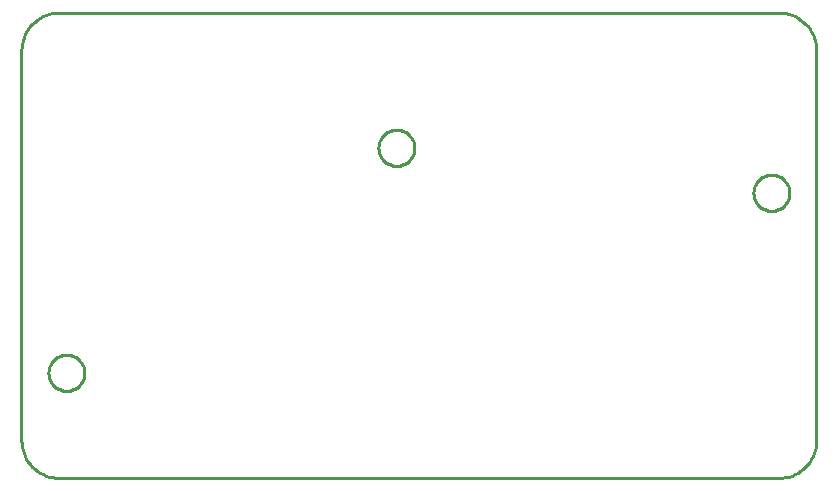
<source format=gbr>
G04 EAGLE Gerber RS-274X export*
G75*
%MOMM*%
%FSLAX34Y34*%
%LPD*%
%IN*%
%IPPOS*%
%AMOC8*
5,1,8,0,0,1.08239X$1,22.5*%
G01*
%ADD10C,0.254000*%


D10*
X0Y31750D02*
X121Y28983D01*
X482Y26237D01*
X1082Y23533D01*
X1915Y20891D01*
X2975Y18332D01*
X4254Y15875D01*
X5742Y13539D01*
X7428Y11342D01*
X9299Y9299D01*
X11342Y7428D01*
X13539Y5742D01*
X15875Y4254D01*
X18332Y2975D01*
X20891Y1915D01*
X23533Y1082D01*
X26237Y482D01*
X28983Y121D01*
X31750Y0D01*
X641350Y0D01*
X644117Y121D01*
X646863Y482D01*
X649568Y1082D01*
X652209Y1915D01*
X654768Y2975D01*
X657225Y4254D01*
X659561Y5742D01*
X661759Y7428D01*
X663801Y9299D01*
X665672Y11342D01*
X667358Y13539D01*
X668846Y15875D01*
X670125Y18332D01*
X671185Y20891D01*
X672018Y23533D01*
X672618Y26237D01*
X672979Y28983D01*
X673100Y31750D01*
X673100Y361950D01*
X672979Y364717D01*
X672618Y367463D01*
X672018Y370168D01*
X671185Y372809D01*
X670125Y375368D01*
X668846Y377825D01*
X667358Y380161D01*
X665672Y382359D01*
X663801Y384401D01*
X661759Y386272D01*
X659561Y387958D01*
X657225Y389446D01*
X654768Y390725D01*
X652209Y391785D01*
X649568Y392618D01*
X646863Y393218D01*
X644117Y393579D01*
X641350Y393700D01*
X31750Y393700D01*
X28983Y393579D01*
X26237Y393218D01*
X23533Y392618D01*
X20891Y391785D01*
X18332Y390725D01*
X15875Y389446D01*
X13539Y387958D01*
X11342Y386272D01*
X9299Y384401D01*
X7428Y382359D01*
X5742Y380161D01*
X4254Y377825D01*
X2975Y375368D01*
X1915Y372809D01*
X1082Y370168D01*
X482Y367463D01*
X121Y364717D01*
X0Y361950D01*
X0Y31750D01*
X332740Y278856D02*
X332662Y277770D01*
X332507Y276692D01*
X332276Y275629D01*
X331969Y274584D01*
X331589Y273564D01*
X331137Y272574D01*
X330615Y271619D01*
X330026Y270703D01*
X329374Y269831D01*
X328661Y269009D01*
X327891Y268239D01*
X327069Y267526D01*
X326197Y266874D01*
X325281Y266285D01*
X324326Y265763D01*
X323336Y265311D01*
X322316Y264931D01*
X321271Y264624D01*
X320208Y264393D01*
X319130Y264238D01*
X318044Y264160D01*
X316956Y264160D01*
X315870Y264238D01*
X314792Y264393D01*
X313729Y264624D01*
X312684Y264931D01*
X311664Y265311D01*
X310674Y265763D01*
X309719Y266285D01*
X308803Y266874D01*
X307931Y267526D01*
X307109Y268239D01*
X306339Y269009D01*
X305626Y269831D01*
X304974Y270703D01*
X304385Y271619D01*
X303863Y272574D01*
X303411Y273564D01*
X303031Y274584D01*
X302724Y275629D01*
X302493Y276692D01*
X302338Y277770D01*
X302260Y278856D01*
X302260Y279944D01*
X302338Y281030D01*
X302493Y282108D01*
X302724Y283171D01*
X303031Y284216D01*
X303411Y285236D01*
X303863Y286226D01*
X304385Y287181D01*
X304974Y288097D01*
X305626Y288969D01*
X306339Y289791D01*
X307109Y290561D01*
X307931Y291274D01*
X308803Y291926D01*
X309719Y292515D01*
X310674Y293037D01*
X311664Y293489D01*
X312684Y293869D01*
X313729Y294176D01*
X314792Y294407D01*
X315870Y294562D01*
X316956Y294640D01*
X318044Y294640D01*
X319130Y294562D01*
X320208Y294407D01*
X321271Y294176D01*
X322316Y293869D01*
X323336Y293489D01*
X324326Y293037D01*
X325281Y292515D01*
X326197Y291926D01*
X327069Y291274D01*
X327891Y290561D01*
X328661Y289791D01*
X329374Y288969D01*
X330026Y288097D01*
X330615Y287181D01*
X331137Y286226D01*
X331589Y285236D01*
X331969Y284216D01*
X332276Y283171D01*
X332507Y282108D01*
X332662Y281030D01*
X332740Y279944D01*
X332740Y278856D01*
X53340Y88356D02*
X53262Y87270D01*
X53107Y86192D01*
X52876Y85129D01*
X52569Y84084D01*
X52189Y83064D01*
X51737Y82074D01*
X51215Y81119D01*
X50626Y80203D01*
X49974Y79331D01*
X49261Y78509D01*
X48491Y77739D01*
X47669Y77026D01*
X46797Y76374D01*
X45881Y75785D01*
X44926Y75263D01*
X43936Y74811D01*
X42916Y74431D01*
X41871Y74124D01*
X40808Y73893D01*
X39730Y73738D01*
X38644Y73660D01*
X37556Y73660D01*
X36470Y73738D01*
X35392Y73893D01*
X34329Y74124D01*
X33284Y74431D01*
X32264Y74811D01*
X31274Y75263D01*
X30319Y75785D01*
X29403Y76374D01*
X28531Y77026D01*
X27709Y77739D01*
X26939Y78509D01*
X26226Y79331D01*
X25574Y80203D01*
X24985Y81119D01*
X24463Y82074D01*
X24011Y83064D01*
X23631Y84084D01*
X23324Y85129D01*
X23093Y86192D01*
X22938Y87270D01*
X22860Y88356D01*
X22860Y89444D01*
X22938Y90530D01*
X23093Y91608D01*
X23324Y92671D01*
X23631Y93716D01*
X24011Y94736D01*
X24463Y95726D01*
X24985Y96681D01*
X25574Y97597D01*
X26226Y98469D01*
X26939Y99291D01*
X27709Y100061D01*
X28531Y100774D01*
X29403Y101426D01*
X30319Y102015D01*
X31274Y102537D01*
X32264Y102989D01*
X33284Y103369D01*
X34329Y103676D01*
X35392Y103907D01*
X36470Y104062D01*
X37556Y104140D01*
X38644Y104140D01*
X39730Y104062D01*
X40808Y103907D01*
X41871Y103676D01*
X42916Y103369D01*
X43936Y102989D01*
X44926Y102537D01*
X45881Y102015D01*
X46797Y101426D01*
X47669Y100774D01*
X48491Y100061D01*
X49261Y99291D01*
X49974Y98469D01*
X50626Y97597D01*
X51215Y96681D01*
X51737Y95726D01*
X52189Y94736D01*
X52569Y93716D01*
X52876Y92671D01*
X53107Y91608D01*
X53262Y90530D01*
X53340Y89444D01*
X53340Y88356D01*
X650240Y240756D02*
X650162Y239670D01*
X650007Y238592D01*
X649776Y237529D01*
X649469Y236484D01*
X649089Y235464D01*
X648637Y234474D01*
X648115Y233519D01*
X647526Y232603D01*
X646874Y231731D01*
X646161Y230909D01*
X645391Y230139D01*
X644569Y229426D01*
X643697Y228774D01*
X642781Y228185D01*
X641826Y227663D01*
X640836Y227211D01*
X639816Y226831D01*
X638771Y226524D01*
X637708Y226293D01*
X636630Y226138D01*
X635544Y226060D01*
X634456Y226060D01*
X633370Y226138D01*
X632292Y226293D01*
X631229Y226524D01*
X630184Y226831D01*
X629164Y227211D01*
X628174Y227663D01*
X627219Y228185D01*
X626303Y228774D01*
X625431Y229426D01*
X624609Y230139D01*
X623839Y230909D01*
X623126Y231731D01*
X622474Y232603D01*
X621885Y233519D01*
X621363Y234474D01*
X620911Y235464D01*
X620531Y236484D01*
X620224Y237529D01*
X619993Y238592D01*
X619838Y239670D01*
X619760Y240756D01*
X619760Y241844D01*
X619838Y242930D01*
X619993Y244008D01*
X620224Y245071D01*
X620531Y246116D01*
X620911Y247136D01*
X621363Y248126D01*
X621885Y249081D01*
X622474Y249997D01*
X623126Y250869D01*
X623839Y251691D01*
X624609Y252461D01*
X625431Y253174D01*
X626303Y253826D01*
X627219Y254415D01*
X628174Y254937D01*
X629164Y255389D01*
X630184Y255769D01*
X631229Y256076D01*
X632292Y256307D01*
X633370Y256462D01*
X634456Y256540D01*
X635544Y256540D01*
X636630Y256462D01*
X637708Y256307D01*
X638771Y256076D01*
X639816Y255769D01*
X640836Y255389D01*
X641826Y254937D01*
X642781Y254415D01*
X643697Y253826D01*
X644569Y253174D01*
X645391Y252461D01*
X646161Y251691D01*
X646874Y250869D01*
X647526Y249997D01*
X648115Y249081D01*
X648637Y248126D01*
X649089Y247136D01*
X649469Y246116D01*
X649776Y245071D01*
X650007Y244008D01*
X650162Y242930D01*
X650240Y241844D01*
X650240Y240756D01*
M02*

</source>
